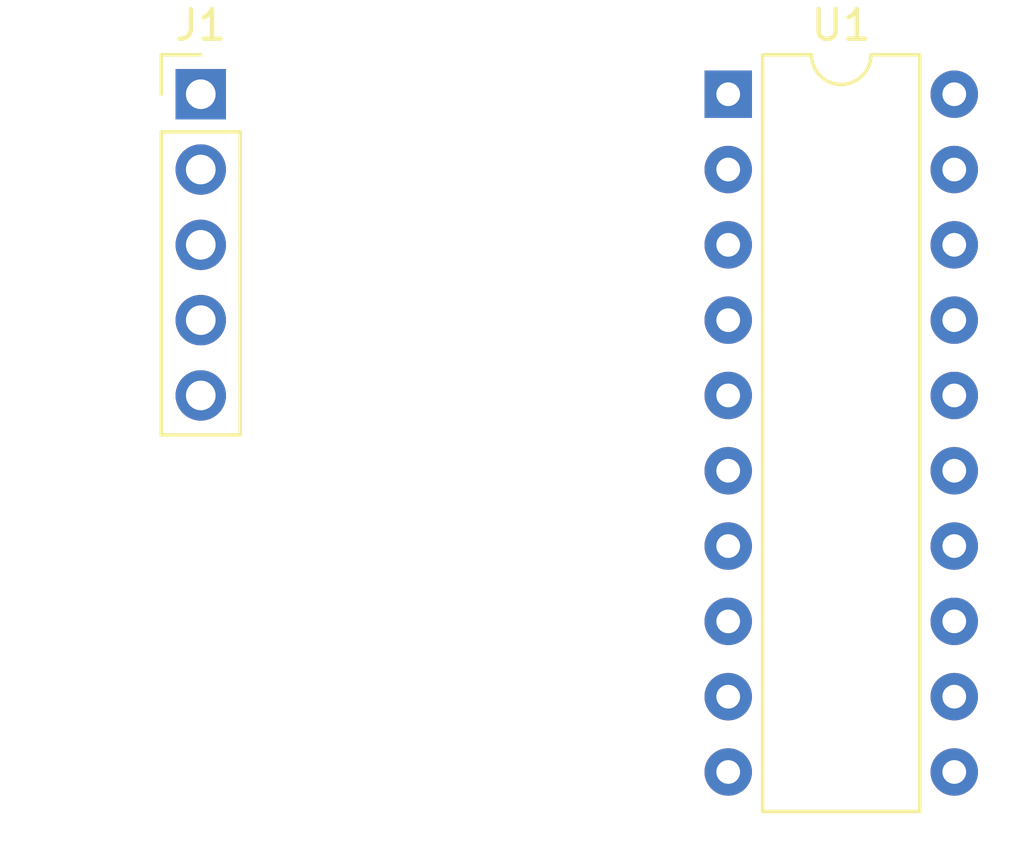
<source format=kicad_pcb>
(kicad_pcb (version 20211014) (generator pcbnew)
  (layers (0 "F.Cu" signal) (31 "B.Cu" signal) (34 "B.Paste" user) (35 "F.Paste" user) (36 "B.SilkS" user "B.Silkscreen") (37 "F.SilkS" user "F.Silkscreen") (38 "B.Mask" user) (39 "F.Mask" user) (44 "Edge.Cuts" user))
  (net 0 "")
  (net 1 "VDD")
  (net 7 "Net-(J1-Pad1)")
  (net 16 "Net-(J1-Pad5)")
  (net 18 "Net-(J1-Pad4)")
  (net 20 "GND")
  (footprint "Connector_PinHeader_2.54mm:PinHeader_1x05_P2.54mm_Vertical" (layer "F.Cu") (at 114.3 83.82)
    (fp_text reference "J1" (at 0 -2.33) (layer "F.SilkS"))
    (fp_text value "Conn_01x05_Male")
    (fp_line (start -1.33 0) (end -1.33 -1.33) (layer "F.SilkS") (width 0.12))
    (fp_line (start -1.33 1.27) (end 1.33 1.27) (layer "F.SilkS") (width 0.12))
    (fp_line (start 1.33 1.27) (end 1.33 11.49) (layer "F.SilkS") (width 0.12))
    (fp_line (start -1.33 11.49) (end 1.33 11.49) (layer "F.SilkS") (width 0.12))
    (fp_line (start -1.33 1.27) (end -1.33 11.49) (layer "F.SilkS") (width 0.12))
    (fp_line (start -1.33 -1.33) (end 0 -1.33) (layer "F.SilkS") (width 0.12))
    (pad "1" thru_hole rect locked (at 0 0) (size 1.7 1.7) (drill 1) (layers *.Cu *.Mask) (net 7 "Net-(J1-Pad1)"))
    (pad "2" thru_hole oval locked (at 0 2.54) (size 1.7 1.7) (drill 1) (layers *.Cu *.Mask) (net 1 "VDD"))
    (pad "3" thru_hole oval locked (at 0 5.08) (size 1.7 1.7) (drill 1) (layers *.Cu *.Mask) (net 20 "GND"))
    (pad "4" thru_hole oval locked (at 0 7.62) (size 1.7 1.7) (drill 1) (layers *.Cu *.Mask) (net 18 "Net-(J1-Pad4)"))
    (pad "5" thru_hole oval locked (at 0 10.16) (size 1.7 1.7) (drill 1) (layers *.Cu *.Mask) (net 16 "Net-(J1-Pad5)"))
  )
  (footprint "Package_DIP:DIP-20_W7.62mm" (layer "F.Cu") (at 132.08 83.82)
    (fp_text reference "U1" (at 3.81 -2.33) (layer "F.SilkS"))
    (fp_text value "PIC16F1619-xP")
    (fp_line (start 1.16 -1.33) (end 1.16 24.19) (layer "F.SilkS") (width 0.12))
    (fp_line (start 6.46 24.19) (end 6.46 -1.33) (layer "F.SilkS") (width 0.12))
    (fp_line (start 1.16 24.19) (end 6.46 24.19) (layer "F.SilkS") (width 0.12))
    (fp_line (start 2.81 -1.33) (end 1.16 -1.33) (layer "F.SilkS") (width 0.12))
    (fp_line (start 6.46 -1.33) (end 4.81 -1.33) (layer "F.SilkS") (width 0.12))
    (fp_arc (start 4.81 -1.33) (mid 3.81 -0.33) (end 2.81 -1.33) (layer "F.SilkS") (width 0.12))
    (pad "1" thru_hole rect locked (at 0 0) (size 1.6 1.6) (drill 0.8) (layers *.Cu *.Mask) (net 1 "VDD"))
    (pad "2" thru_hole oval locked (at 0 2.54) (size 1.6 1.6) (drill 0.8) (layers *.Cu *.Mask))
    (pad "3" thru_hole oval locked (at 0 5.08) (size 1.6 1.6) (drill 0.8) (layers *.Cu *.Mask))
    (pad "4" thru_hole oval locked (at 0 7.62) (size 1.6 1.6) (drill 0.8) (layers *.Cu *.Mask) (net 7 "Net-(J1-Pad1)"))
    (pad "5" thru_hole oval locked (at 0 10.16) (size 1.6 1.6) (drill 0.8) (layers *.Cu *.Mask))
    (pad "6" thru_hole oval locked (at 0 12.7) (size 1.6 1.6) (drill 0.8) (layers *.Cu *.Mask))
    (pad "7" thru_hole oval locked (at 0 15.24) (size 1.6 1.6) (drill 0.8) (layers *.Cu *.Mask))
    (pad "8" thru_hole oval locked (at 0 17.78) (size 1.6 1.6) (drill 0.8) (layers *.Cu *.Mask))
    (pad "9" thru_hole oval locked (at 0 20.32) (size 1.6 1.6) (drill 0.8) (layers *.Cu *.Mask))
    (pad "10" thru_hole oval locked (at 0 22.86) (size 1.6 1.6) (drill 0.8) (layers *.Cu *.Mask))
    (pad "11" thru_hole oval locked (at 7.62 22.86) (size 1.6 1.6) (drill 0.8) (layers *.Cu *.Mask))
    (pad "12" thru_hole oval locked (at 7.62 20.32) (size 1.6 1.6) (drill 0.8) (layers *.Cu *.Mask))
    (pad "13" thru_hole oval locked (at 7.62 17.78) (size 1.6 1.6) (drill 0.8) (layers *.Cu *.Mask))
    (pad "14" thru_hole oval locked (at 7.62 15.24) (size 1.6 1.6) (drill 0.8) (layers *.Cu *.Mask))
    (pad "15" thru_hole oval locked (at 7.62 12.7) (size 1.6 1.6) (drill 0.8) (layers *.Cu *.Mask))
    (pad "16" thru_hole oval locked (at 7.62 10.16) (size 1.6 1.6) (drill 0.8) (layers *.Cu *.Mask))
    (pad "17" thru_hole oval locked (at 7.62 7.62) (size 1.6 1.6) (drill 0.8) (layers *.Cu *.Mask))
    (pad "18" thru_hole oval locked (at 7.62 5.08) (size 1.6 1.6) (drill 0.8) (layers *.Cu *.Mask) (net 16 "Net-(J1-Pad5)"))
    (pad "19" thru_hole oval locked (at 7.62 2.54) (size 1.6 1.6) (drill 0.8) (layers *.Cu *.Mask) (net 18 "Net-(J1-Pad4)"))
    (pad "20" thru_hole oval locked (at 7.62 0) (size 1.6 1.6) (drill 0.8) (layers *.Cu *.Mask) (net 20 "GND"))
  )
)
</source>
